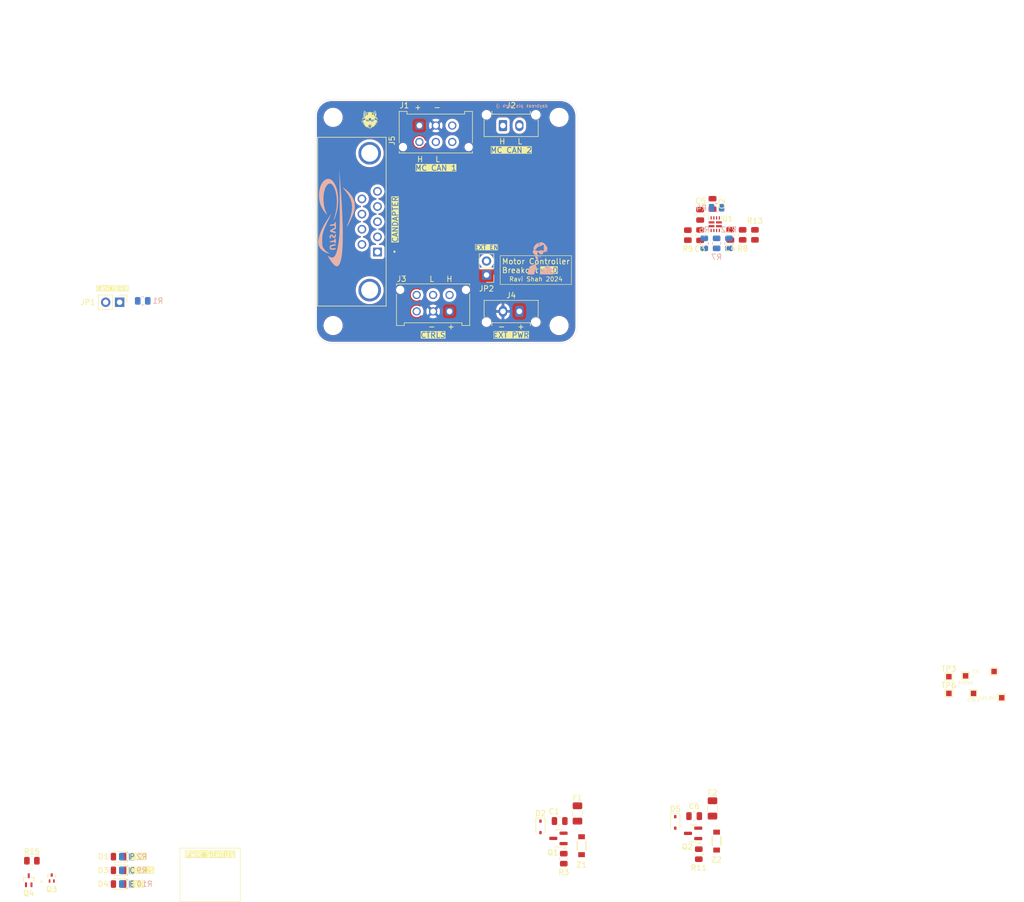
<source format=kicad_pcb>
(kicad_pcb (version 20240108) (generator "pcbnew") (generator_version "8.0")
  (layers (0 "F.Cu" signal) (31 "B.Cu" signal) (34 "B.Paste" user) (35 "F.Paste" user) (36 "B.SilkS" user "B.Silkscreen") (37 "F.SilkS" user "F.Silkscreen") (38 "B.Mask" user) (39 "F.Mask" user) (44 "Edge.Cuts" user))
  (net 0 "")
  (net 1 "+12V")
  (net 3 "/CAN_L")
  (net 5 "/CAN_H")
  (net 6 "GND")
  (net 7 "Net-(D1-A)")
  (net 8 "Net-(JP1-A)")
  (net 9 "/PowerDist/CSS")
  (net 10 "Net-(Q1-S)")
  (net 11 "Net-(Q1-G)")
  (net 12 "/+12V_EXT")
  (net 13 "/+12V_CTRLS")
  (net 14 "/PowerDist/+12V_EXT_PROT")
  (net 15 "/+12V_STATUS")
  (net 16 "Net-(D3-A)")
  (net 17 "Net-(D4-A)")
  (net 20 "/PowerDist/ILM")
  (net 21 "/PowerDist/OV2")
  (net 22 "/PowerDist/OV1")
  (net 23 "/PowerDist/+12V_EXT_EN")
  (net 33 "/PowerDist/+12V_CTRLS_PROT")
  (net 34 "Net-(Q2-S)")
  (net 35 "Net-(D3-K)")
  (net 36 "Net-(Q2-G)")
  (net 37 "Net-(Q4-S)")
  (net 38 "/PowerDist/PR1")
  (footprint "Zener:BZT52B12QX" (layer "F.Cu") (at 121.1 180.2 -90)
    (property "Reference" "Z1" (at 3.5 0 0) (layer "F.SilkS"))
    (property "Value" "BZT52-B12-QX" (hide yes))
    (pad "1" smd rect (at -1.635 0 270) (size 0.91 1.22) (layers "F.Cu" "F.Paste" "F.Mask") (net 10 "Net-(Q1-S)"))
    (pad "2" smd rect (at 1.635 0 270) (size 0.91 1.22) (layers "F.Cu" "F.Paste" "F.Mask") (net 11 "Net-(Q1-G)"))
  )
  (footprint "Connector_PinHeader_2.54mm:PinHeader_1x02_P2.54mm_Vertical" (layer "F.Cu") (at 36.775 81 -90)
    (property "Reference" "JP1" (at 0 5.775 180) (layer "F.SilkS"))
    (property "Value" "CAN TERM" (at -2.5 1.25 180) (layer "F.SilkS" knockout) (effects (font (size 0.8 0.8) (thickness 0.135) (bold yes))))
    (pad "1" thru_hole rect (at 0 0 270) (size 1.7 1.7) (drill 1) (layers "*.Cu" "*.Mask") (net 8 "Net-(JP1-A)"))
    (pad "2" thru_hole oval (at 0 2.54 270) (size 1.7 1.7) (drill 1) (layers "*.Cu" "*.Mask") (net 3 "/CAN_L"))
  )
  (footprint "Capacitor_SMD:C_0805_2012Metric" (layer "F.Cu") (at 141.65 174.8 180)
    (property "Reference" "C6" (at 0 1.8 360) (layer "F.SilkS"))
    (property "Value" "10u")
    (pad "1" smd roundrect (at -0.95 0 180) (size 1 1.45) (layers "F.Cu" "F.Paste" "F.Mask") (net 34 "Net-(Q2-S)"))
    (pad "2" smd roundrect (at 0.95 0 180) (size 1 1.45) (layers "F.Cu" "F.Paste" "F.Mask") (net 6 "GND"))
  )
  (footprint "Resistor_SMD:R_0805_2012Metric" (layer "F.Cu") (at 20.76235 182.9478)
    (property "Reference" "R15" (at 0 -1.65 0) (layer "F.SilkS"))
    (property "Value" "15k")
    (pad "1" smd roundrect (at -0.9125 0) (size 1.025 1.4) (layers "F.Cu" "F.Paste" "F.Mask") (roundrect_rratio 0.243902) (net 1 "+12V"))
    (pad "2" smd roundrect (at 0.9125 0) (size 1.025 1.4) (layers "F.Cu" "F.Paste" "F.Mask") (roundrect_rratio 0.243902) (net 15 "/+12V_STATUS"))
  )
  (footprint "Capacitor_SMD:C_0805_2012Metric" (layer "F.Cu") (at 148.25 68.7 -90)
    (property "Reference" "C4" (at 2.5 0 360) (layer "F.SilkS"))
    (property "Value" "0.1u")
    (pad "1" smd roundrect (at -0.95 0 270) (size 1 1.45) (layers "F.Cu" "F.Paste" "F.Mask") (net 33 "/PowerDist/+12V_CTRLS_PROT"))
    (pad "2" smd roundrect (at 0.95 0 270) (size 1 1.45) (layers "F.Cu" "F.Paste" "F.Mask") (net 6 "GND"))
  )
  (footprint "Fuse:Fuse_1206_3216Metric" (layer "F.Cu") (at 120.35 174.315 90)
    (property "Reference" "F1" (at 2.865 0 0) (layer "F.SilkS"))
    (property "Value" "375mA")
    (pad "1" smd roundrect (at -1.4 0 90) (size 1.25 1.75) (layers "F.Cu" "F.Paste" "F.Mask") (roundrect_rratio 0.2) (net 10 "Net-(Q1-S)"))
    (pad "2" smd roundrect (at 1.4 0 90) (size 1.25 1.75) (layers "F.Cu" "F.Paste" "F.Mask") (roundrect_rratio 0.2) (net 33 "/PowerDist/+12V_CTRLS_PROT"))
  )
  (footprint "RE1C001ZPTL:TRANS_RE1C001_ROM" (layer "F.Cu") (at 20.18755 186.508599)
    (property "Reference" "Q4" (at 0 2.391401 0) (layer "F.SilkS"))
    (property "Value" "RE1C001ZPTL")
    (pad "1" smd rect (at -0.499999 0.823801) (size 0.3556 0.8636) (layers "F.Cu" "F.Paste" "F.Mask") (net 1 "+12V"))
    (pad "2" smd rect (at 0.499999 0.823801) (size 0.3556 0.8636) (layers "F.Cu" "F.Paste" "F.Mask") (net 15 "/+12V_STATUS"))
    (pad "3" smd rect (at 0 -0.8238) (size 0.3556 0.8636) (layers "F.Cu" "F.Paste" "F.Mask") (net 37 "Net-(Q4-S)"))
  )
  (footprint "LED_SMD:LED_0805_2012Metric" (layer "F.Cu") (at 36.5875 182.2 180)
    (property "Reference" "D1" (at 2.75 0 0) (layer "F.SilkS"))
    (property "Value" "PWR" (at -3.5625 0 0) (layer "F.SilkS" knockout))
    (pad "1" smd roundrect (at -0.9375 0 180) (size 0.975 1.4) (layers "F.Cu" "F.Paste" "F.Mask") (net 6 "GND"))
    (pad "2" smd roundrect (at 0.9375 0 180) (size 0.975 1.4) (layers "F.Cu" "F.Paste" "F.Mask") (net 7 "Net-(D1-A)"))
  )
  (footprint "TestPoint:TestPoint_Pad_1.0x1.0mm" (layer "F.Cu") (at 192.65 152.4)
    (property "Reference" "TP2")
    (property "Value" "CTRLS" (at 0 1.25 0) (layer "F.SilkS") (effects (font (size 0.5 0.5) (thickness 0.07))))
    (pad "1" smd rect (at 0 0) (size 1 1) (layers "F.Cu" "F.Mask") (net 33 "/PowerDist/+12V_CTRLS_PROT"))
  )
  (footprint "TestPoint:TestPoint_Pad_1.0x1.0mm" (layer "F.Cu") (at 197.8 153.2)
    (property "Reference" "TP4")
    (property "Value" "12V_OUT" (at -2.5 0 0) (layer "F.SilkS") (effects (font (size 0.5 0.5) (thickness 0.07))))
    (pad "1" smd rect (at 0 0) (size 1 1) (layers "F.Cu" "F.Mask") (net 1 "+12V"))
  )
  (footprint "TestPoint:TestPoint_Pad_1.0x1.0mm" (layer "F.Cu") (at 188.15 152.4)
    (property "Reference" "TP6" (at 0 -1.448 0) (layer "F.SilkS"))
    (property "Value" "GND")
    (pad "1" smd rect (at 0 0) (size 1 1) (layers "F.Cu" "F.Mask") (net 6 "GND"))
  )
  (footprint "MountingHole:MountingHole_3mm" (layer "F.Cu") (at 117 47.25)
    (property "Reference" "H4")
    (property "Value" "MountingHole")
    (pad "" np_thru_hole circle (at 0 0) (size 3 3) (drill 3) (layers "*.Cu" "*.Mask"))
  )
  (footprint "Package_TO_SOT_SMD:SOT-23" (layer "F.Cu") (at 116.88 178.87 180)
    (property "Reference" "Q1" (at 1.03 -2.58 0) (layer "F.SilkS"))
    (property "Value" "PMV35EPER")
    (pad "1" smd roundrect (at -0.9375 -0.95 180) (size 1.475 0.6) (layers "F.Cu" "F.Paste" "F.Mask") (net 11 "Net-(Q1-G)"))
    (pad "2" smd roundrect (at -0.9375 0.95 180) (size 1.475 0.6) (layers "F.Cu" "F.Paste" "F.Mask") (net 10 "Net-(Q1-S)"))
    (pad "3" smd roundrect (at 0.9375 0 180) (size 1.475 0.6) (layers "F.Cu" "F.Paste" "F.Mask") (net 13 "/+12V_CTRLS"))
  )
  (footprint "TestPoint:TestPoint_Pad_1.0x1.0mm" (layer "F.Cu") (at 191.2 149.2)
    (property "Reference" "TP5")
    (property "Value" "STATUS" (at 0 1.25 0) (layer "F.SilkS") (effects (font (size 0.5 0.5) (thickness 0.07))))
    (pad "1" smd rect (at 0 0) (size 1 1) (layers "F.Cu" "F.Mask") (net 15 "/+12V_STATUS"))
  )
  (footprint "RUM001L02T2CL:TRANS_RUM001_ROM" (layer "F.Cu") (at 24.38745 186.1039)
    (property "Reference" "Q3" (at 0 2.0461 0) (layer "F.SilkS"))
    (property "Value" "RUM001L02T2CL")
    (pad "1" smd rect (at -0.40005 0.5461) (size 0.2794 0.6096) (layers "F.Cu" "F.Paste" "F.Mask") (net 15 "/+12V_STATUS"))
    (pad "2" smd rect (at 0.40005 0.5461) (size 0.2794 0.6096) (layers "F.Cu" "F.Paste" "F.Mask") (net 6 "GND"))
    (pad "3" smd rect (at 0 -0.5461) (size 0.381 0.6096) (layers "F.Cu" "F.Paste" "F.Mask") (net 35 "Net-(D3-K)"))
  )
  (footprint "Resistor_SMD:R_0805_2012Metric" (layer "F.Cu") (at 150.5 68.7 -90)
    (property "Reference" "R8" (at 2.5 0 0) (layer "F.SilkS"))
    (property "Value" "62k")
    (pad "1" smd roundrect (at -0.9125 0 270) (size 1.025 1.4) (layers "F.Cu" "F.Paste" "F.Mask") (roundrect_rratio 0.243902) (net 33 "/PowerDist/+12V_CTRLS_PROT"))
    (pad "2" smd roundrect (at 0.9125 0 270) (size 1.025 1.4) (layers "F.Cu" "F.Paste" "F.Mask") (roundrect_rratio 0.243902) (net 22 "/PowerDist/OV1"))
  )
  (footprint "Diode_SMD:D_SOD-323" (layer "F.Cu") (at 113.6 176.765 -90)
    (property "Reference" "D2" (at -2.45 0 0) (layer "F.SilkS"))
    (property "Value" "SD12_SOD323")
    (pad "1" smd roundrect (at -1.05 0 270) (size 0.6 0.45) (layers "F.Cu" "F.Paste" "F.Mask") (net 6 "GND"))
    (pad "2" smd roundrect (at 1.05 0 270) (size 0.6 0.45) (layers "F.Cu" "F.Paste" "F.Mask") (net 13 "/+12V_CTRLS"))
  )
  (footprint "TestPoint:TestPoint_Pad_1.0x1.0mm" (layer "F.Cu") (at 188.15 149.35)
    (property "Reference" "TP3" (at 0 -1.448 0) (layer "F.SilkS"))
    (property "Value" "GND")
    (pad "1" smd rect (at 0 0) (size 1 1) (layers "F.Cu" "F.Mask") (net 6 "GND"))
  )
  (footprint "Connector_Molex:Molex_Micro-Fit_3.0_43045-0612_2x03_P3.00mm_Vertical" (layer "F.Cu") (at 97 82.67 180)
    (property "Reference" "J3" (at 8.75 5.92 360) (layer "F.SilkS"))
    (property "Value" "CTRLS" (at 3 -4.33 360) (layer "F.SilkS" knockout))
    (pad "" np_thru_hole circle (at -3 3.94 180) (size 1.02 1.02) (drill 1.02) (layers "*.Cu" "*.Mask"))
    (pad "" np_thru_hole circle (at 9 3.94 180) (size 1.02 1.02) (drill 1.02) (layers "*.Cu" "*.Mask"))
    (pad "1" thru_hole roundrect (at 0 0 180) (size 1.5 1.5) (drill 1.02) (layers "*.Cu" "*.Mask") (roundrect_rratio 0.166667) (net 13 "/+12V_CTRLS"))
    (pad "2" thru_hole circle (at 3 0 180) (size 1.5 1.5) (drill 1.02) (layers "*.Cu" "*.Mask") (net 6 "GND"))
    (pad "3" thru_hole circle (at 6 0 180) (size 1.5 1.5) (drill 1.02) (layers "*.Cu" "*.Mask"))
    (pad "4" thru_hole circle (at 0 3 180) (size 1.5 1.5) (drill 1.02) (layers "*.Cu" "*.Mask") (net 5 "/CAN_H"))
    (pad "5" thru_hole circle (at 3 3 180) (size 1.5 1.5) (drill 1.02) (layers "*.Cu" "*.Mask") (net 3 "/CAN_L"))
    (pad "6" thru_hole circle (at 6 3 180) (size 1.5 1.5) (drill 1.02) (layers "*.Cu" "*.Mask"))
  )
  (footprint "Capacitor_SMD:C_0805_2012Metric" (layer "F.Cu") (at 145 63.05 90)
    (property "Reference" "C2" (at 0 1.75 90) (layer "F.SilkS"))
    (property "Value" "0.1u")
    (pad "1" smd roundrect (at -0.95 0 90) (size 1 1.45) (layers "F.Cu" "F.Paste" "F.Mask") (net 9 "/PowerDist/CSS"))
    (pad "2" smd roundrect (at 0.95 0 90) (size 1 1.45) (layers "F.Cu" "F.Paste" "F.Mask") (net 6 "GND"))
  )
  (footprint "Zener:BZT52B12QX" (layer "F.Cu") (at 145.75 179.365 -90)
    (property "Reference" "Z2" (at 3.4 0.035 360) (layer "F.SilkS"))
    (property "Value" "BZT52-B12-QX" (hide yes))
    (pad "1" smd rect (at -1.635 0 270) (size 0.91 1.22) (layers "F.Cu" "F.Paste" "F.Mask") (net 34 "Net-(Q2-S)"))
    (pad "2" smd rect (at 1.635 0 270) (size 0.91 1.22) (layers "F.Cu" "F.Paste" "F.Mask") (net 36 "Net-(Q2-G)"))
  )
  (footprint "Diode_SMD:D_SOD-323" (layer "F.Cu") (at 138.2 175.95 -90)
    (property "Reference" "D5" (at -2.45 0 180) (layer "F.SilkS"))
    (property "Value" "SD12_SOD323")
    (pad "1" smd roundrect (at -1.05 0 270) (size 0.6 0.45) (layers "F.Cu" "F.Paste" "F.Mask") (net 6 "GND"))
    (pad "2" smd roundrect (at 1.05 0 270) (size 0.6 0.45) (layers "F.Cu" "F.Paste" "F.Mask") (net 23 "/PowerDist/+12V_EXT_EN"))
  )
  (footprint "Connector_Molex:Molex_Micro-Fit_3.0_43650-0215_1x02_P3.00mm_Vertical" (layer "F.Cu") (at 106.75 48.75)
    (property "Reference" "J2" (at 1.5 -3.67 0) (layer "F.SilkS"))
    (property "Value" "MC CAN 2" (at 1.5 4.5 0) (layer "F.SilkS" knockout))
    (pad "" np_thru_hole circle (at -3 -1.96) (size 1.27 1.27) (drill 1.27) (layers "*.Cu" "*.Mask"))
    (pad "" np_thru_hole circle (at 6 -1.96) (size 1.27 1.27) (drill 1.27) (layers "*.Cu" "*.Mask"))
    (pad "1" thru_hole roundrect (at 0 0) (size 1.5 2.02) (drill 1.02) (layers "*.Cu" "*.Mask") (roundrect_rratio 0.166667) (net 5 "/CAN_H"))
    (pad "2" thru_hole oval (at 3 0) (size 1.5 2.02) (drill 1.02) (layers "*.Cu" "*.Mask") (net 3 "/CAN_L"))
  )
  (footprint "MountingHole:MountingHole_3mm" (layer "F.Cu") (at 117 85.25)
    (property "Reference" "H3")
    (property "Value" "MountingHole")
    (pad "" np_thru_hole circle (at 0 0) (size 3 3) (drill 3) (layers "*.Cu" "*.Mask"))
  )
  (footprint "MountingHole:MountingHole_3mm" (layer "F.Cu") (at 75.75 85.25)
    (property "Reference" "H2")
    (property "Value" "MountingHole")
    (pad "" np_thru_hole circle (at 0 0) (size 3 3) (drill 3) (layers "*.Cu" "*.Mask"))
  )
  (footprint "LOGO" (layer "F.Cu") (at 82.5 47.75)
    (property "Reference" "G***")
    (property "Value" "LOGO" (hide yes))
  )
  (footprint "LED_SMD:LED_0805_2012Metric" (layer "F.Cu") (at 36.5875 187.2 180)
    (property "Reference" "D4" (at 2.8125 0 0) (layer "F.SilkS"))
    (property "Value" "EXT" (at -3.300596 0 0) (layer "F.SilkS" knockout))
    (pad "1" smd roundrect (at -0.9375 0 180) (size 0.975 1.4) (layers "F.Cu" "F.Paste" "F.Mask") (net 6 "GND"))
    (pad "2" smd roundrect (at 0.9375 0 180) (size 0.975 1.4) (layers "F.Cu" "F.Paste" "F.Mask") (net 17 "Net-(D4-A)"))
  )
  (footprint "Capacitor_SMD:C_0805_2012Metric" (layer "F.Cu") (at 142.75 65.05 90)
    (property "Reference" "C5" (at 2.5 0.075001 180) (layer "F.SilkS"))
    (property "Value" "1u")
    (pad "1" smd roundrect (at -0.95 0 90) (size 1 1.45) (layers "F.Cu" "F.Paste" "F.Mask") (net 1 "+12V"))
    (pad "2" smd roundrect (at 0.95 0 90) (size 1 1.45) (layers "F.Cu" "F.Paste" "F.Mask") (net 6 "GND"))
  )
  (footprint "Connector_Molex:Molex_Micro-Fit_3.0_43045-0612_2x03_P3.00mm_Vertical" (layer "F.Cu") (at 91.5 48.74325)
    (property "Reference" "J1" (at -2.75 -3.67 0) (layer "F.SilkS"))
    (property "Value" "MC CAN 1" (at 3 7.75 0) (layer "F.SilkS" knockout))
    (pad "" np_thru_hole circle (at -3 3.94) (size 1.02 1.02) (drill 1.02) (layers "*.Cu" "*.Mask"))
    (pad "" np_thru_hole circle (at 9 3.94) (size 1.02 1.02) (drill 1.02) (layers "*.Cu" "*.Mask"))
    (pad "1" thru_hole roundrect (at 0 0) (size 1.5 1.5) (drill 1.02) (layers "*.Cu" "*.Mask") (roundrect_rratio 0.166667) (net 1 "+12V"))
    (pad "2" thru_hole circle (at 3 0) (size 1.5 1.5) (drill 1.02) (layers "*.Cu" "*.Mask") (net 6 "GND"))
    (pad "3" thru_hole circle (at 6 0) (size 1.5 1.5) (drill 1.02) (layers "*.Cu" "*.Mask"))
    (pad "4" thru_hole circle (at 0 3) (size 1.5 1.5) (drill 1.02) (layers "*.Cu" "*.Mask") (net 5 "/CAN_H"))
    (pad "5" thru_hole circle (at 3 3) (size 1.5 1.5) (drill 1.02) (layers "*.Cu" "*.Mask") (net 3 "/CAN_L"))
    (pad "6" thru_hole circle (at 6 3) (size 1.5 1.5) (drill 1.02) (layers "*.Cu" "*.Mask"))
  )
  (footprint "TPS2121:RUX0012A" (layer "F.Cu") (at 145.5 66.75)
    (property "Reference" "U1" (at 2.25 -1 0) (layer "F.SilkS"))
    (property "Value" "TPS2121RUXR")
    (pad "1" smd rect (at -0.675 -0.324998) (size 1.05 0.399999) (layers "F.Cu" "F.Paste" "F.Mask") (net 1 "+12V"))
    (pad "2" smd rect (at -0.675 0.375001) (size 1.05 0.399999) (layers "F.Cu" "F.Paste" "F.Mask") (net 14 "/PowerDist/+12V_EXT_PROT"))
    (pad "3" smd rect (at -0.750001 1.15 90) (size 0.599999 0.2) (layers "F.Cu" "F.Paste" "F.Mask") (net 6 "GND"))
    (pad "4" smd rect (at -0.25 1.15 90) (size 0.599999 0.2) (layers "F.Cu" "F.Paste" "F.Mask") (net 21 "/PowerDist/OV2"))
    (pad "5" smd rect (at 0.25 1.15 90) (size 0.599999 0.2) (layers "F.Cu" "F.Paste" "F.Mask") (net 22 "/PowerDist/OV1"))
    (pad "6" smd rect (at 0.750001 1.15 90) (size 0.599999 0.2) (layers "F.Cu" "F.Paste" "F.Mask") (net 38 "/PowerDist/PR1"))
    (pad "7" smd rect (at 0.675 0.375001) (size 1.05 0.399999) (layers "F.Cu" "F.Paste" "F.Mask") (net 33 "/PowerDist/+12V_CTRLS_PROT"))
    (pad "8" smd rect (at 0.675 -0.324998) (size 1.05 0.399999) (layers "F.Cu" "F.Paste" "F.Mask") (net 1 "+12V"))
    (pad "9" smd rect (at 0.750001 -1.149998 90) (size 0.599999 0.2) (layers "F.Cu" "F.Paste" "F.Mask") (net 15 "/+12V_STATUS"))
    (pad "10" smd rect (at 0.25 -1.149998 90) (size 0.599999 0.2) (layers "F.Cu" "F.Paste" "F.Mask") (net 20 "/PowerDist/ILM"))
    (pad "11" smd rect (at -0.25 -1.149998 90) (size 0.599999 0.2) (layers "F.Cu" "F.Paste" "F.Mask") (net 9 "/PowerDist/CSS"))
    (pad "12" smd rect (at -0.750001 -1.149998 90) (size 0.599999 0.2) (layers "F.Cu" "F.Paste" "F.Mask") (net 6 "GND"))
  )
  (footprint "MountingHole:MountingHole_3mm" (layer "F.Cu") (at 75.75 47.25)
    (property "Reference" "H1")
    (property "Value" "MountingHole")
    (pad "" np_thru_hole circle (at 0 0) (size 3 3) (drill 3) (layers "*.Cu" "*.Mask"))
  )
  (footprint "TestPoint:TestPoint_Pad_1.0x1.0mm" (layer "F.Cu") (at 196.4 148.4)
    (property "Reference" "TP1")
    (property "Value" "EXT" (at -3.25 0 0) (layer "F.SilkS") (effects (font (size 0.5 0.5) (thickness 0.07))))
    (pad "1" smd rect (at 0 0) (size 1 1) (layers "F.Cu" "F.Mask") (net 14 "/PowerDist/+12V_EXT_PROT"))
  )
  (footprint "Package_TO_SOT_SMD:SOT-23" (layer "F.Cu") (at 141.4625 177.95 180)
    (property "Reference" "Q2" (at 1.0625 -2.45 360) (layer "F.SilkS"))
    (property "Value" "PMV35EPER")
    (pad "1" smd roundrect (at -0.9375 -0.95 180) (size 1.475 0.6) (layers "F.Cu" "F.Paste" "F.Mask") (net 36 "Net-(Q2-G)"))
    (pad "2" smd roundrect (at -0.9375 0.95 180) (size 1.475 0.6) (layers "F.Cu" "F.Paste" "F.Mask") (net 34 "Net-(Q2-S)"))
    (pad "3" smd roundrect (at 0.9375 0 180) (size 1.475 0.6) (layers "F.Cu" "F.Paste" "F.Mask") (net 23 "/PowerDist/+12V_EXT_EN"))
  )
  (footprint "Connector_Molex:Molex_Micro-Fit_3.0_43650-0215_1x02_P3.00mm_Vertical" (layer "F.Cu") (at 109.75 82.665 180)
    (property "Reference" "J4" (at 1.5 2.915 360) (layer "F.SilkS"))
    (property "Value" "EXT PWR" (at 1.5 -4.335 360) (layer "F.SilkS" knockout))
    (pad "" np_thru_hole circle (at -3 -1.96 180) (size 1.27 1.27) (drill 1.27) (layers "*.Cu" "*.Mask"))
    (pad "" np_thru_hole circle (at 6 -1.96 180) (size 1.27 1.27) (drill 1.27) (layers "*.Cu" "*.Mask"))
    (pad "1" thru_hole roundrect (at 0 0 180) (size 1.5 2.02) (drill 1.02) (layers "*.Cu" "*.Mask") (roundrect_rratio 0.166667) (net 12 "/+12V_EXT"))
    (pad "2" thru_hole oval (at 3 0 180) (size 1.5 2.02) (drill 1.02) (layers "*.Cu" "*.Mask") (net 6 "GND"))
  )
  (footprint "Resistor_SMD:R_0805_2012Metric" (layer "F.Cu") (at 152.75 68.7 -90)
    (property "Reference" "R13" (at -2.55 0 360) (layer "F.SilkS"))
    (property "Value" "51k")
    (pad "1" smd roundrect (at -0.9125 0 270) (size 1.025 1.4) (layers "F.Cu" "F.Paste" "F.Mask") (roundrect_rratio 0.243902) (net 33 "/PowerDist/+12V_CTRLS_PROT"))
    (pad "2" smd roundrect (at 0.9125 0 270) (size 1.025 1.4) (layers "F.Cu" "F.Paste" "F.Mask") (roundrect_rratio 0.243902) (net 38 "/PowerDist/PR1"))
  )
  (footprint "Resistor_SMD:R_0805_2012Metric" (layer "F.Cu") (at 117.85 182.565 90)
    (property "Reference" "R3" (at -2.5 0 180) (layer "F.SilkS"))
    (property "Value" "100k")
    (pad "1" smd roundrect (at -0.9125 0 90) (size 1.025 1.4) (layers "F.Cu" "F.Paste" "F.Mask") (roundrect_rratio 0.243902) (net 6 "GND"))
    (pad "2" smd roundrect (at 0.9125 0 90) (size 1.025 1.4) (layers "F.Cu" "F.Paste" "F.Mask") (roundrect_rratio 0.243902) (net 11 "Net-(Q1-G)"))
  )
  (footprint "Fuse:Fuse_1206_3216Metric" (layer "F.Cu") (at 145 173.4 90)
    (property "Reference" "F2" (at 2.9 0 180) (layer "F.SilkS"))
    (property "Value" "375mA")
    (pad "1" smd roundrect (at -1.4 0 90) (size 1.25 1.75) (layers "F.Cu" "F.Paste" "F.Mask") (roundrect_rratio 0.2) (net 34 "Net-(Q2-S)"))
    (pad "2" smd roundrect (at 1.4 0 90) (size 1.25 1.75) (layers "F.Cu" "F.Paste" "F.Mask") (roundrect_rratio 0.2) (net 14 "/PowerDist/+12V_EXT_PROT"))
  )
  (footprint "Capacitor_SMD:C_0805_2012Metric" (layer "F.Cu") (at 142.75 68.75 -90)
    (property "Reference" "C3" (at 2.527164 0.039804 180) (layer "F.SilkS"))
    (property "Value" "0.1u")
    (pad "1" smd roundrect (at -0.95 0 270) (size 1 1.45) (layers "F.Cu" "F.Paste" "F.Mask") (net 14 "/PowerDist/+12V_EXT_PROT"))
    (pad "2" smd roundrect (at 0.95 0 270) (size 1 1.45) (layers "F.Cu" "F.Paste" "F.Mask") (net 6 "GND"))
  )
  (footprint "Resistor_SMD:R_0805_2012Metric" (layer "F.Cu") (at 142.5 181.75 90)
    (property "Reference" "R11" (at -2.5 0 180) (layer "F.SilkS"))
    (property "Value" "100k")
    (pad "1" smd roundrect (at -0.9125 0 90) (size 1.025 1.4) (layers "F.Cu" "F.Paste" "F.Mask") (roundrect_rratio 0.243902) (net 6 "GND"))
    (pad "2" smd roundrect (at 0.9125 0 90) (size 1.025 1.4) (layers "F.Cu" "F.Paste" "F.Mask") (roundrect_rratio 0.243902) (net 36 "Net-(Q2-G)"))
  )
  (footprint "Connector_PinHeader_2.54mm:PinHeader_1x02_P2.54mm_Vertical" (layer "F.Cu") (at 103.75 76.025 180)
    (property "Reference" "JP2" (at 0 -2.5 180) (layer "F.SilkS"))
    (property "Value" "EXT EN" (at 0 5.025 180) (layer "F.SilkS" knockout) (effects (font (size 0.8 0.8) (thickness 0.135) (bold yes))))
    (pad "1" thru_hole rect (at 0 0 180) (size 1.7 1.7) (drill 1) (layers "*.Cu" "*.Mask") (net 12 "/+12V_EXT"))
    (pad "2" thru_hole oval (at 0 2.54 180) (size 1.7 1.7) (drill 1) (layers "*.Cu" "*.Mask") (net 23 "/PowerDist/+12V_EXT_EN"))
  )
  (footprint "Resistor_SMD:R_0805_2012Metric" (layer "F.Cu") (at 140.5 68.75 -90)
    (property "Reference" "R5" (at 2.5 0 0) (layer "F.SilkS"))
    (property "Value" "62k")
    (pad "1" smd roundrect (at -0.9125 0 270) (size 1.025 1.4) (layers "F.Cu" "F.Paste" "F.Mask") (roundrect_rratio 0.243902) (net 14 "/PowerDist/+12V_EXT_PROT"))
    (pad "2" smd roundrect (at 0.9125 0 270) (size 1.025 1.4) (layers "F.Cu" "F.Paste" "F.Mask") (roundrect_rratio 0.243902) (net 21 "/PowerDist/OV2"))
  )
  (footprint "DB-9 Connector:AMPHENOL_L77SDE09SA4CH3R" (layer "F.Cu") (at 82.4275 66.29575 -90)
    (property "Reference" "J5" (at -14.79575 -4.0725 90) (layer "F.SilkS"))
    (property "Value" "CANDAPTER" (at -0.415 -4.67 90) (layer "F.SilkS" knockout))
    (pad "0" thru_hole circle (at -12.495 0 270) (size 4.116 4.116) (drill 3.1) (layers "*.Cu" "*.Mask"))
    (pad "0" thru_hole circle (at 12.495 0 270) (size 4.116 4.116) (drill 3.1) (layers "*.Cu" "*.Mask"))
    (pad "1" thru_hole rect (at 5.54 -1.42 270) (size 1.575 1.575) (drill 1.05) (layers "*.Cu" "*.Mask"))
    (pad "2" thru_hole circle (at 2.77 -1.42 270) (size 1.575 1.575) (drill 1.05) (layers "*.Cu" "*.Mask"))
    (pad "3" thru_hole circle (at 0 -1.42 270) (size 1.575 1.575) (drill 1.05) (layers "*.Cu" "*.Mask") (net 5 "/CAN_H"))
    (pad "4" thru_hole circle (at -2.77 -1.42 270) (size 1.575 1.575) (drill 1.05) (layers "*.Cu" "*.Mask"))
    (pad "5" thru_hole circle (at -5.54 -1.42 270) (size 1.575 1.575) (drill 1.05) (layers "*.Cu" "*.Mask") (net 3 "/CAN_L"))
    (pad "6" thru_hole circle (at 4.155 1.42 270) (size 1.575 1.575) (drill 1.05) (layers "*.Cu" "*.Mask"))
    (pad "7" thru_hole circle (at 1.385 1.42 270) (size 1.575 1.575) (drill 1.05) (layers "*.Cu" "*.Mask"))
    (pad "8" thru_hole circle (at -1.385 1.42 270) (size 1.575 1.575) (drill 1.05) (layers "*.Cu" "*.Mask"))
    (pad "9" thru_hole circle (at -4.155 1.42 270) (size 1.575 1.575) (drill 1.05) (layers "*.Cu" "*.Mask"))
  )
  (footprint "LED_SMD:LED_0805_2012Metric" (layer "F.Cu") (at 36.5875 184.7 180)
    (property "Reference" "D3" (at 2.8125 0 0) (layer "F.SilkS"))
    (property "Value" "CTRLS" (at -4.252977 0 0) (layer "F.SilkS" knockout))
    (pad "1" smd roundrect (at -0.9375 0 180) (size 0.975 1.4) (layers "F.Cu" "F.Paste" "F.Mask") (net 35 "Net-(D3-K)"))
    (pad "2" smd roundrect (at 0.9375 0 180) (size 0.975 1.4) (layers "F.Cu" "F.Paste" "F.Mask") (net 16 "Net-(D3-A)"))
  )
  (footprint "Capacitor_SMD:C_0805_2012Metric" (layer "F.Cu") (at 117.1 175.7 180)
    (property "Reference" "C1" (at 1 1.75 0) (layer "F.SilkS"))
    (property "Value" "10u")
    (pad "1" smd roundrect (at -0.95 0 180) (size 1 1.45) (layers "F.Cu" "F.Paste" "F.Mask") (net 10 "Net-(Q1-S)"))
    (pad "2" smd roundrect (at 0.95 0 180) (size 1 1.45) (layers "F.Cu" "F.Paste" "F.Mask") (net 6 "GND"))
  )
  (footprint "Resistor_SMD:R_0805_2012Metric" (layer "B.Cu") (at 38.0875 184.7 180)
    (property "Reference" "R9" (at -2.75 0 0) (layer "B.SilkS") (effects (justify mirror)))
    (property "Value" "22.1k")
    (pad "1" smd roundrect (at -0.9125 0 180) (size 1.025 1.4) (layers "B.Cu" "B.Paste" "B.Mask") (roundrect_rratio 0.243902) (net 1 "+12V"))
    (pad "2" smd roundrect (at 0.9125 0 180) (size 1.025 1.4) (layers "B.Cu" "B.Paste" "B.Mask") (roundrect_rratio 0.243902) (net 16 "Net-(D3-A)"))
  )
  (footprint "Resistor_SMD:R_0805_2012Metric" (layer "B.Cu") (at 145.75 63.75 180)
    (property "Reference" "R4" (at 2.75 -0.049998 360) (layer "B.SilkS") (effects (justify mirror)))
    (property "Value" "100k")
    (pad "1" smd roundrect (at -0.9125 0 180) (size 1.025 1.4) (layers "B.Cu" "B.Paste" "B.Mask") (roundrect_rratio 0.243902) (net 20 "/PowerDist/ILM"))
    (pad "2" smd roundrect (at 0.9125 0 180) (size 1.025 1.4) (layers "B.Cu" "B.Paste" "B.Mask") (roundrect_rratio 0.243902) (net 6 "GND"))
  )
  (footprint "UTSVT_Special:UTSVT_Logo_Symbol" (layer "B.Cu") (at 76.25 66 90)
    (property "Reference" "LOGO1" (hide yes))
    (property "Value" "UTSVT Logo" (hide yes))
  )
  (footprint "Resistor_SMD:R_0805_2012Metric" (layer "B.Cu") (at 143.5 70.25 -90)
    (property "Reference" "R6" (at -2.5 0 360) (layer "B.SilkS") (effects (justify mirror)))
    (property "Value" "5k")
    (pad "1" smd roundrect (at -0.9125 0 270) (size 1.025 1.4) (layers "B.Cu" "B.Paste" "B.Mask") (roundrect_rratio 0.243902) (net 21 "/PowerDist/OV2"))
    (pad "2" smd roundrect (at 0.9125 0 270) (size 1.025 1.4) (layers "B.Cu" "B.Paste" "B.Mask") (roundrect_rratio 0.243902) (net 6 "GND"))
  )
  (footprint "Resistor_SMD:R_0805_2012Metric" (layer "B.Cu") (at 41 80.75 180)
    (property "Reference" "R1" (at -2.75 0 0) (layer "B.SilkS") (effects (justify mirror)))
    (property "Value" "120")
    (pad "1" smd roundrect (at -0.9125 0 180) (size 1.025 1.4) (layers "B.Cu" "B.Paste" "B.Mask") (roundrect_rratio 0.243902) (net 8 "Net-(JP1-A)"))
    (pad "2" smd roundrect (at 0.9125 0 180) (size 1.025 1.4) (layers "B.Cu" "B.Paste" "B.Mask") (roundrect_rratio 0.243902) (net 5 "/CAN_H"))
  )
  (footprint "LOGO" (layer "B.Cu") (at 113.75 73 180)
    (property "Reference" "G***")
    (property "Value" "LOGO" (hide yes))
  )
  (footprint "Resistor_SMD:R_0805_2012Metric" (layer "B.Cu") (at 38.0875 187.2 180)
    (property "Reference" "R10" (at -3.25 0 0) (layer "B.SilkS") (effects (justify mirror)))
    (property "Value" "22.1k")
    (pad "1" smd roundrect (at -0.9125 0 180) (size 1.025 1.4) (layers "B.Cu" "B.Paste" "B.Mask") (roundrect_rratio 0.243902) (net 37 "Net-(Q4-S)"))
    (pad "2" smd roundrect (at 0.9125 0 180) (size 1.025 1.4) (layers "B.Cu" "B.Paste" "B.Mask") (roundrect_rratio 0.243902) (net 17 "Net-(D4-A)"))
  )
  (footprint "Resistor_SMD:R_0805_2012Metric" (layer "B.Cu") (at 38.0875 182.2 180)
    (property "Reference" "R2" (at -2.75 0 0) (layer "B.SilkS") (effects (justify mirror)))
    (property "Value" "22.1k")
    (pad "1" smd roundrect (at -0.9125 0 180) (size 1.025 1.4) (layers "B.Cu" "B.Paste" "B.Mask") (roundrect_rratio 0.243902) (net 1 "+12V"))
    (pad "2" smd roundrect (at 0.9125 0 180) (size 1.025 1.4) (layers "B.Cu" "B.Paste" "B.Mask") (roundrect_rratio 0.243902) (net 7 "Net-(D1-A)"))
  )
  (footprint "Resistor_SMD:R_0805_2012Metric" (layer "B.Cu") (at 148 70.25 -90)
    (property "Reference" "R12" (at -2.5 0 180) (layer "B.SilkS") (effects (justify mirror)))
    (property "Value" "5k")
    (pad "1" smd roundrect (at -0.9125 0 270) (size 1.025 1.4) (layers "B.Cu" "B.Paste" "B.Mask") (roundrect_rratio 0.243902) (net 38 "/PowerDist/PR1"))
    (pad "2" smd roundrect (at 0.9125 0 270) (size 1.025 1.4) (layers "B.Cu" "B.Paste" "B.Mask") (roundrect_rratio 0.243902) (net 6 "GND"))
  )
  (footprint "Resistor_SMD:R_0805_2012Metric" (layer "B.Cu") (at 145.75 70.25 -90)
    (property "Reference" "R7" (at 2.5 0 360) (layer "B.SilkS") (effects (justify mirror)))
    (property "Value" "5k")
    (pad "1" smd roundrect (at -0.9125 0 270) (size 1.025 1.4) (layers "B.Cu" "B.Paste" "B.Mask") (roundrect_rratio 0.243902) (net 22 "/PowerDist/OV1"))
    (pad "2" smd roundrect (at 0.9125 0 270) (size 1.025 1.4) (layers "B.Cu" "B.Paste" "B.Mask") (roundrect_rratio 0.243902) (net 6 "GND"))
  )
  (gr_rect (start 47.8 180.65) (end 58.8 190.4) (stroke (width 0.1)) (fill none) (layer "F.SilkS"))
  (gr_rect (start 106.25 72.5) (end 119.25 77.75) (stroke (width 0.1)) (fill none) (layer "F.SilkS"))
  (gr_line (start 120.25 47) (end 120.25 85.5) (stroke (width 0.05)) (layer "Edge.Cuts"))
  (gr_arc (start 117.25 44) (mid 119.37132 44.87868) (end 120.25 47) (stroke (width 0.05)) (layer "Edge.Cuts"))
  (gr_line (start 75.5 44) (end 117.25 44) (stroke (width 0.05)) (layer "Edge.Cuts"))
  (gr_arc (start 120.25 85.5) (mid 119.37132 87.62132) (end 117.25 88.5) (stroke (width 0.05)) (layer "Edge.Cuts"))
  (gr_arc (start 75.5 88.5) (mid 73.37868 87.62132) (end 72.5 85.5) (stroke (width 0.05)) (layer "Edge.Cuts"))
  (gr_line (start 72.5 85.5) (end 72.5 47) (stroke (width 0.05)) (layer "Edge.Cuts"))
  (gr_arc (start 72.5 47) (mid 73.37868 44.87868) (end 75.5 44) (stroke (width 0.05)) (layer "Edge.Cuts"))
  (gr_line (start 117.25 88.5) (end 75.5 88.5) (stroke (width 0.05)) (layer "Edge.Cuts"))
  (gr_text "daybreak pls work :)" (at 115 45.5 0) (layer "B.SilkS") (effects (font (size 0.6 0.6) (thickness 0.1) (bold yes)) (justify left bottom mirror)))
  (gr_text "Motor Controller\nBreakout" (at 106.5 75.75 0) (layer "F.SilkS") (effects (font (size 1 1)) (justify left bottom)))
  (gr_text "+   -" (at 90.5 45.99325 0) (layer "F.SilkS") (effects (font (size 1 1)) (justify left bottom)))
  (gr_text "v2.0" (at 113.5 75.75 0) (layer "F.SilkS" knockout) (effects (font (size 1 1)) (justify left bottom)))
  (gr_text "Ravi Shah 2024" (at 107.834524 77.25 0) (layer "F.SilkS") (effects (font (size 0.8 0.8) (thickness 0.12)) (justify left bottom)))
  (gr_text "H   L" (at 106 52.25 0) (layer "F.SilkS") (effects (font (size 1 1)) (justify left bottom)))
  (gr_text "PWR STATUS" (at 48.55 182.4 0) (layer "F.SilkS" knockout) (effects (font (size 1 1)) (justify left bottom)))
  (gr_text "L   H" (at 93.25 77.35175 0) (layer "F.SilkS") (effects (font (size 1 1)) (justify left bottom)))
  (gr_text "+   -" (at 98 85 180) (layer "F.SilkS") (effects (font (size 1 1)) (justify left bottom)))
  (gr_text "+   -" (at 110.75 85 180) (layer "F.SilkS") (effects (font (size 1 1)) (justify left bottom)))
  (gr_text "H   L" (at 91 55.49325 0) (layer "F.SilkS") (effects (font (size 1 1)) (justify left bottom)))
  (zone (net 1) (net_name "+12V") (layer "F.Cu") (priority 6) (connect_pads yes (clearance 0.3)) (min_thickness 0.25) (fill yes (thermal_gap 0.5) (thermal_bridge_width 0.5))
    (polygon (pts (xy 106.75 57.75) (xy 89 57.75) (xy 89 47.25) (xy 92.75 47.25) (xy 92.75 54.5) (xy 93.5 55.25) (xy 106.75 55.25)))
  )
  (zone (net 12) (net_name "/+12V_EXT") (layer "F.Cu") (priority 3) (connect_pads yes (clearance 0.5)) (min_thickness 0.25) (fill yes (thermal_gap 0.5) (thermal_bridge_width 0.5))
    (polygon (pts (xy 108.25 81) (xy 108.25 84.5) (xy 111.5 84.5) (xy 111.5 81) (xy 111.5 78.5) (xy 106 78.5) (xy 105.25 77.75) (xy 105.25 75) (xy 102.25 75) (xy 102.25 80.25) (xy 107.5 80.25)))
  )
  (zone (net 6) (net_name "GND") (layer "F.Cu") (connect_pads (clearance 0.5)) (min_thickness 0.25) (fill yes (thermal_gap 0.5) (thermal_bridge_width 0.5))
    (polygon (pts (xy 72.5 44) (xy 120.25 44) (xy 120.25 88.5) (xy 72.5 88.5)))
  )
  (zone (net 13) (net_name "/+12V_CTRLS") (layer "F.Cu") (priority 2) (connect_pads yes (clearance 0.3)) (min_thickness 0.25) (fill yes (thermal_gap 0.5) (thermal_bridge_width 0.5))
    (polygon (pts (xy 99.25 86) (xy 87 86) (xy 87 63) (xy 91.75 63) (xy 91.75 68.25) (xy 91.75 72.25) (xy 91.75 83.25) (xy 92.5 84) (xy 95 84) (xy 95.75 83.25) (xy 95.75 81.25) (xy 99.25 81.25)))
  )
  (zone (net 6) (net_name "GND") (layer "B.Cu") (connect_pads (clearance 0.5)) (min_thickness 0.25) (fill yes (thermal_gap 0.5) (thermal_bridge_width 0.5))
    (polygon (pts (xy 72.5 44) (xy 120.25 44) (xy 120.25 88.5) (xy 72.5 88.5)))
  )
)
</source>
